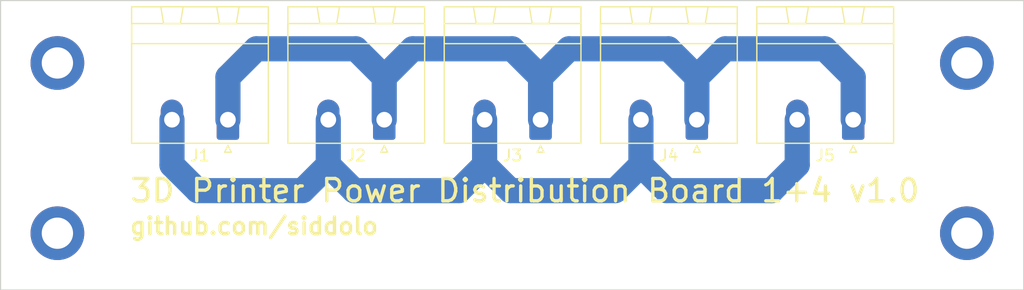
<source format=kicad_pcb>
(kicad_pcb (version 20171130) (host pcbnew 5.1.5-52549c5~84~ubuntu18.04.1)

  (general
    (thickness 1.6)
    (drawings 6)
    (tracks 38)
    (zones 0)
    (modules 5)
    (nets 3)
  )

  (page A4)
  (layers
    (0 F.Cu signal)
    (31 B.Cu signal)
    (32 B.Adhes user)
    (33 F.Adhes user)
    (34 B.Paste user)
    (35 F.Paste user)
    (36 B.SilkS user)
    (37 F.SilkS user)
    (38 B.Mask user)
    (39 F.Mask user)
    (40 Dwgs.User user)
    (41 Cmts.User user)
    (42 Eco1.User user)
    (43 Eco2.User user)
    (44 Edge.Cuts user)
    (45 Margin user)
    (46 B.CrtYd user)
    (47 F.CrtYd user)
    (48 B.Fab user)
    (49 F.Fab user)
  )

  (setup
    (last_trace_width 2.25)
    (trace_clearance 0.2)
    (zone_clearance 0.508)
    (zone_45_only no)
    (trace_min 0.2)
    (via_size 0.8)
    (via_drill 0.4)
    (via_min_size 0.4)
    (via_min_drill 0.3)
    (uvia_size 0.3)
    (uvia_drill 0.1)
    (uvias_allowed no)
    (uvia_min_size 0.2)
    (uvia_min_drill 0.1)
    (edge_width 0.05)
    (segment_width 0.2)
    (pcb_text_width 0.3)
    (pcb_text_size 1.5 1.5)
    (mod_edge_width 0.12)
    (mod_text_size 1 1)
    (mod_text_width 0.15)
    (pad_size 1.524 1.524)
    (pad_drill 0.762)
    (pad_to_mask_clearance 0.051)
    (solder_mask_min_width 0.25)
    (aux_axis_origin 0 0)
    (visible_elements FFFFFF7F)
    (pcbplotparams
      (layerselection 0x010fc_ffffffff)
      (usegerberextensions false)
      (usegerberattributes false)
      (usegerberadvancedattributes false)
      (creategerberjobfile false)
      (excludeedgelayer true)
      (linewidth 0.100000)
      (plotframeref false)
      (viasonmask false)
      (mode 1)
      (useauxorigin true)
      (hpglpennumber 1)
      (hpglpenspeed 20)
      (hpglpendiameter 15.000000)
      (psnegative false)
      (psa4output false)
      (plotreference true)
      (plotvalue true)
      (plotinvisibletext false)
      (padsonsilk false)
      (subtractmaskfromsilk false)
      (outputformat 1)
      (mirror false)
      (drillshape 0)
      (scaleselection 1)
      (outputdirectory "gerber/"))
  )

  (net 0 "")
  (net 1 "Net-(J1-Pad1)")
  (net 2 "Net-(J1-Pad2)")

  (net_class Default "This is the default net class."
    (clearance 0.2)
    (trace_width 2.25)
    (via_dia 0.8)
    (via_drill 0.4)
    (uvia_dia 0.3)
    (uvia_drill 0.1)
    (add_net "Net-(J1-Pad1)")
    (add_net "Net-(J1-Pad2)")
  )

  (module Connector_Phoenix_MSTB:PhoenixContact_MSTBA_2,5_2-G_1x02_P5.00mm_Horizontal (layer F.Cu) (tedit 5B785046) (tstamp 5E200484)
    (at 85.09 127 180)
    (descr "Generic Phoenix Contact connector footprint for: MSTBA_2,5/2-G; number of pins: 02; pin pitch: 5.00mm; Angled || order number: 1757475 12A || order number: 1923759 16A (HC)")
    (tags "phoenix_contact connector MSTBA_01x02_G_5.00mm")
    (path /5E1FB3CB)
    (fp_text reference J2 (at 2.5 -3.2) (layer F.SilkS)
      (effects (font (size 1 1) (thickness 0.15)))
    )
    (fp_text value Conn_01x02 (at 2.5 11.2) (layer F.Fab) hide
      (effects (font (size 1 1) (thickness 0.15)))
    )
    (fp_text user %R (at 2.5 -1.3) (layer F.Fab)
      (effects (font (size 1 1) (thickness 0.15)))
    )
    (fp_line (start 0 -0.5) (end -0.95 -2) (layer F.Fab) (width 0.1))
    (fp_line (start 0.95 -2) (end 0 -0.5) (layer F.Fab) (width 0.1))
    (fp_line (start -0.3 -2.91) (end 0.3 -2.91) (layer F.SilkS) (width 0.12))
    (fp_line (start 0 -2.31) (end -0.3 -2.91) (layer F.SilkS) (width 0.12))
    (fp_line (start 0.3 -2.91) (end 0 -2.31) (layer F.SilkS) (width 0.12))
    (fp_line (start 9 -2.5) (end -4 -2.5) (layer F.CrtYd) (width 0.05))
    (fp_line (start 9 10.5) (end 9 -2.5) (layer F.CrtYd) (width 0.05))
    (fp_line (start -4 10.5) (end 9 10.5) (layer F.CrtYd) (width 0.05))
    (fp_line (start -4 -2.5) (end -4 10.5) (layer F.CrtYd) (width 0.05))
    (fp_line (start 4.25 8.61) (end 4 10.11) (layer F.SilkS) (width 0.12))
    (fp_line (start 5.75 8.61) (end 4.25 8.61) (layer F.SilkS) (width 0.12))
    (fp_line (start 6 10.11) (end 5.75 8.61) (layer F.SilkS) (width 0.12))
    (fp_line (start 4 10.11) (end 6 10.11) (layer F.SilkS) (width 0.12))
    (fp_line (start -0.75 8.61) (end -1 10.11) (layer F.SilkS) (width 0.12))
    (fp_line (start 0.75 8.61) (end -0.75 8.61) (layer F.SilkS) (width 0.12))
    (fp_line (start 1 10.11) (end 0.75 8.61) (layer F.SilkS) (width 0.12))
    (fp_line (start -1 10.11) (end 1 10.11) (layer F.SilkS) (width 0.12))
    (fp_line (start 8.61 8.61) (end -3.61 8.61) (layer F.SilkS) (width 0.12))
    (fp_line (start 8.61 6.81) (end 8.61 8.61) (layer F.SilkS) (width 0.12))
    (fp_line (start -3.61 6.81) (end 8.61 6.81) (layer F.SilkS) (width 0.12))
    (fp_line (start -3.61 8.61) (end -3.61 6.81) (layer F.SilkS) (width 0.12))
    (fp_line (start 8.5 -2) (end -3.5 -2) (layer F.Fab) (width 0.1))
    (fp_line (start 8.5 10) (end 8.5 -2) (layer F.Fab) (width 0.1))
    (fp_line (start -3.5 10) (end 8.5 10) (layer F.Fab) (width 0.1))
    (fp_line (start -3.5 -2) (end -3.5 10) (layer F.Fab) (width 0.1))
    (fp_line (start 8.61 -2.11) (end -3.61 -2.11) (layer F.SilkS) (width 0.12))
    (fp_line (start 8.61 10.11) (end 8.61 -2.11) (layer F.SilkS) (width 0.12))
    (fp_line (start -3.61 10.11) (end 8.61 10.11) (layer F.SilkS) (width 0.12))
    (fp_line (start -3.61 -2.11) (end -3.61 10.11) (layer F.SilkS) (width 0.12))
    (pad 2 thru_hole oval (at 5 0 180) (size 2 3.6) (drill 1.4) (layers *.Cu *.Mask)
      (net 2 "Net-(J1-Pad2)"))
    (pad 1 thru_hole roundrect (at 0 0 180) (size 2 3.6) (drill 1.4) (layers *.Cu *.Mask) (roundrect_rratio 0.125)
      (net 1 "Net-(J1-Pad1)"))
    (model ${KISYS3DMOD}/Connector_Phoenix_MSTB.3dshapes/PhoenixContact_MSTBA_2,5_2-G_1x02_P5.00mm_Horizontal.wrl
      (at (xyz 0 0 0))
      (scale (xyz 1 1 1))
      (rotate (xyz 0 0 0))
    )
  )

  (module Connector_Phoenix_MSTB:PhoenixContact_MSTBA_2,5_2-G_1x02_P5.00mm_Horizontal (layer F.Cu) (tedit 5B785046) (tstamp 5E200460)
    (at 71.12 127 180)
    (descr "Generic Phoenix Contact connector footprint for: MSTBA_2,5/2-G; number of pins: 02; pin pitch: 5.00mm; Angled || order number: 1757475 12A || order number: 1923759 16A (HC)")
    (tags "phoenix_contact connector MSTBA_01x02_G_5.00mm")
    (path /5E1FACB1)
    (fp_text reference J1 (at 2.5 -3.2) (layer F.SilkS)
      (effects (font (size 1 1) (thickness 0.15)))
    )
    (fp_text value Conn_01x02 (at 2.5 11.2) (layer F.Fab) hide
      (effects (font (size 1 1) (thickness 0.15)))
    )
    (fp_text user %R (at 2.5 -1.3) (layer F.Fab)
      (effects (font (size 1 1) (thickness 0.15)))
    )
    (fp_line (start 0 -0.5) (end -0.95 -2) (layer F.Fab) (width 0.1))
    (fp_line (start 0.95 -2) (end 0 -0.5) (layer F.Fab) (width 0.1))
    (fp_line (start -0.3 -2.91) (end 0.3 -2.91) (layer F.SilkS) (width 0.12))
    (fp_line (start 0 -2.31) (end -0.3 -2.91) (layer F.SilkS) (width 0.12))
    (fp_line (start 0.3 -2.91) (end 0 -2.31) (layer F.SilkS) (width 0.12))
    (fp_line (start 9 -2.5) (end -4 -2.5) (layer F.CrtYd) (width 0.05))
    (fp_line (start 9 10.5) (end 9 -2.5) (layer F.CrtYd) (width 0.05))
    (fp_line (start -4 10.5) (end 9 10.5) (layer F.CrtYd) (width 0.05))
    (fp_line (start -4 -2.5) (end -4 10.5) (layer F.CrtYd) (width 0.05))
    (fp_line (start 4.25 8.61) (end 4 10.11) (layer F.SilkS) (width 0.12))
    (fp_line (start 5.75 8.61) (end 4.25 8.61) (layer F.SilkS) (width 0.12))
    (fp_line (start 6 10.11) (end 5.75 8.61) (layer F.SilkS) (width 0.12))
    (fp_line (start 4 10.11) (end 6 10.11) (layer F.SilkS) (width 0.12))
    (fp_line (start -0.75 8.61) (end -1 10.11) (layer F.SilkS) (width 0.12))
    (fp_line (start 0.75 8.61) (end -0.75 8.61) (layer F.SilkS) (width 0.12))
    (fp_line (start 1 10.11) (end 0.75 8.61) (layer F.SilkS) (width 0.12))
    (fp_line (start -1 10.11) (end 1 10.11) (layer F.SilkS) (width 0.12))
    (fp_line (start 8.61 8.61) (end -3.61 8.61) (layer F.SilkS) (width 0.12))
    (fp_line (start 8.61 6.81) (end 8.61 8.61) (layer F.SilkS) (width 0.12))
    (fp_line (start -3.61 6.81) (end 8.61 6.81) (layer F.SilkS) (width 0.12))
    (fp_line (start -3.61 8.61) (end -3.61 6.81) (layer F.SilkS) (width 0.12))
    (fp_line (start 8.5 -2) (end -3.5 -2) (layer F.Fab) (width 0.1))
    (fp_line (start 8.5 10) (end 8.5 -2) (layer F.Fab) (width 0.1))
    (fp_line (start -3.5 10) (end 8.5 10) (layer F.Fab) (width 0.1))
    (fp_line (start -3.5 -2) (end -3.5 10) (layer F.Fab) (width 0.1))
    (fp_line (start 8.61 -2.11) (end -3.61 -2.11) (layer F.SilkS) (width 0.12))
    (fp_line (start 8.61 10.11) (end 8.61 -2.11) (layer F.SilkS) (width 0.12))
    (fp_line (start -3.61 10.11) (end 8.61 10.11) (layer F.SilkS) (width 0.12))
    (fp_line (start -3.61 -2.11) (end -3.61 10.11) (layer F.SilkS) (width 0.12))
    (pad 2 thru_hole oval (at 5 0 180) (size 2 3.6) (drill 1.4) (layers *.Cu *.Mask)
      (net 2 "Net-(J1-Pad2)"))
    (pad 1 thru_hole roundrect (at 0 0 180) (size 2 3.6) (drill 1.4) (layers *.Cu *.Mask) (roundrect_rratio 0.125)
      (net 1 "Net-(J1-Pad1)"))
    (model ${KISYS3DMOD}/Connector_Phoenix_MSTB.3dshapes/PhoenixContact_MSTBA_2,5_2-G_1x02_P5.00mm_Horizontal.wrl
      (at (xyz 0 0 0))
      (scale (xyz 1 1 1))
      (rotate (xyz 0 0 0))
    )
  )

  (module Connector_Phoenix_MSTB:PhoenixContact_MSTBA_2,5_2-G_1x02_P5.00mm_Horizontal (layer F.Cu) (tedit 5B785046) (tstamp 5E2004A8)
    (at 99.06 127 180)
    (descr "Generic Phoenix Contact connector footprint for: MSTBA_2,5/2-G; number of pins: 02; pin pitch: 5.00mm; Angled || order number: 1757475 12A || order number: 1923759 16A (HC)")
    (tags "phoenix_contact connector MSTBA_01x02_G_5.00mm")
    (path /5E1FC4F4)
    (fp_text reference J3 (at 2.5 -3.2) (layer F.SilkS)
      (effects (font (size 1 1) (thickness 0.15)))
    )
    (fp_text value Conn_01x02 (at 2.5 11.2) (layer F.Fab) hide
      (effects (font (size 1 1) (thickness 0.15)))
    )
    (fp_line (start -3.61 -2.11) (end -3.61 10.11) (layer F.SilkS) (width 0.12))
    (fp_line (start -3.61 10.11) (end 8.61 10.11) (layer F.SilkS) (width 0.12))
    (fp_line (start 8.61 10.11) (end 8.61 -2.11) (layer F.SilkS) (width 0.12))
    (fp_line (start 8.61 -2.11) (end -3.61 -2.11) (layer F.SilkS) (width 0.12))
    (fp_line (start -3.5 -2) (end -3.5 10) (layer F.Fab) (width 0.1))
    (fp_line (start -3.5 10) (end 8.5 10) (layer F.Fab) (width 0.1))
    (fp_line (start 8.5 10) (end 8.5 -2) (layer F.Fab) (width 0.1))
    (fp_line (start 8.5 -2) (end -3.5 -2) (layer F.Fab) (width 0.1))
    (fp_line (start -3.61 8.61) (end -3.61 6.81) (layer F.SilkS) (width 0.12))
    (fp_line (start -3.61 6.81) (end 8.61 6.81) (layer F.SilkS) (width 0.12))
    (fp_line (start 8.61 6.81) (end 8.61 8.61) (layer F.SilkS) (width 0.12))
    (fp_line (start 8.61 8.61) (end -3.61 8.61) (layer F.SilkS) (width 0.12))
    (fp_line (start -1 10.11) (end 1 10.11) (layer F.SilkS) (width 0.12))
    (fp_line (start 1 10.11) (end 0.75 8.61) (layer F.SilkS) (width 0.12))
    (fp_line (start 0.75 8.61) (end -0.75 8.61) (layer F.SilkS) (width 0.12))
    (fp_line (start -0.75 8.61) (end -1 10.11) (layer F.SilkS) (width 0.12))
    (fp_line (start 4 10.11) (end 6 10.11) (layer F.SilkS) (width 0.12))
    (fp_line (start 6 10.11) (end 5.75 8.61) (layer F.SilkS) (width 0.12))
    (fp_line (start 5.75 8.61) (end 4.25 8.61) (layer F.SilkS) (width 0.12))
    (fp_line (start 4.25 8.61) (end 4 10.11) (layer F.SilkS) (width 0.12))
    (fp_line (start -4 -2.5) (end -4 10.5) (layer F.CrtYd) (width 0.05))
    (fp_line (start -4 10.5) (end 9 10.5) (layer F.CrtYd) (width 0.05))
    (fp_line (start 9 10.5) (end 9 -2.5) (layer F.CrtYd) (width 0.05))
    (fp_line (start 9 -2.5) (end -4 -2.5) (layer F.CrtYd) (width 0.05))
    (fp_line (start 0.3 -2.91) (end 0 -2.31) (layer F.SilkS) (width 0.12))
    (fp_line (start 0 -2.31) (end -0.3 -2.91) (layer F.SilkS) (width 0.12))
    (fp_line (start -0.3 -2.91) (end 0.3 -2.91) (layer F.SilkS) (width 0.12))
    (fp_line (start 0.95 -2) (end 0 -0.5) (layer F.Fab) (width 0.1))
    (fp_line (start 0 -0.5) (end -0.95 -2) (layer F.Fab) (width 0.1))
    (fp_text user %R (at 2.5 -1.3) (layer F.Fab)
      (effects (font (size 1 1) (thickness 0.15)))
    )
    (pad 1 thru_hole roundrect (at 0 0 180) (size 2 3.6) (drill 1.4) (layers *.Cu *.Mask) (roundrect_rratio 0.125)
      (net 1 "Net-(J1-Pad1)"))
    (pad 2 thru_hole oval (at 5 0 180) (size 2 3.6) (drill 1.4) (layers *.Cu *.Mask)
      (net 2 "Net-(J1-Pad2)"))
    (model ${KISYS3DMOD}/Connector_Phoenix_MSTB.3dshapes/PhoenixContact_MSTBA_2,5_2-G_1x02_P5.00mm_Horizontal.wrl
      (at (xyz 0 0 0))
      (scale (xyz 1 1 1))
      (rotate (xyz 0 0 0))
    )
  )

  (module Connector_Phoenix_MSTB:PhoenixContact_MSTBA_2,5_2-G_1x02_P5.00mm_Horizontal (layer F.Cu) (tedit 5B785046) (tstamp 5E2004CC)
    (at 113.03 127 180)
    (descr "Generic Phoenix Contact connector footprint for: MSTBA_2,5/2-G; number of pins: 02; pin pitch: 5.00mm; Angled || order number: 1757475 12A || order number: 1923759 16A (HC)")
    (tags "phoenix_contact connector MSTBA_01x02_G_5.00mm")
    (path /5E1FC926)
    (fp_text reference J4 (at 2.5 -3.2) (layer F.SilkS)
      (effects (font (size 1 1) (thickness 0.15)))
    )
    (fp_text value Conn_01x02 (at 2.5 11.2) (layer F.Fab) hide
      (effects (font (size 1 1) (thickness 0.15)))
    )
    (fp_text user %R (at 2.5 -1.3) (layer F.Fab)
      (effects (font (size 1 1) (thickness 0.15)))
    )
    (fp_line (start 0 -0.5) (end -0.95 -2) (layer F.Fab) (width 0.1))
    (fp_line (start 0.95 -2) (end 0 -0.5) (layer F.Fab) (width 0.1))
    (fp_line (start -0.3 -2.91) (end 0.3 -2.91) (layer F.SilkS) (width 0.12))
    (fp_line (start 0 -2.31) (end -0.3 -2.91) (layer F.SilkS) (width 0.12))
    (fp_line (start 0.3 -2.91) (end 0 -2.31) (layer F.SilkS) (width 0.12))
    (fp_line (start 9 -2.5) (end -4 -2.5) (layer F.CrtYd) (width 0.05))
    (fp_line (start 9 10.5) (end 9 -2.5) (layer F.CrtYd) (width 0.05))
    (fp_line (start -4 10.5) (end 9 10.5) (layer F.CrtYd) (width 0.05))
    (fp_line (start -4 -2.5) (end -4 10.5) (layer F.CrtYd) (width 0.05))
    (fp_line (start 4.25 8.61) (end 4 10.11) (layer F.SilkS) (width 0.12))
    (fp_line (start 5.75 8.61) (end 4.25 8.61) (layer F.SilkS) (width 0.12))
    (fp_line (start 6 10.11) (end 5.75 8.61) (layer F.SilkS) (width 0.12))
    (fp_line (start 4 10.11) (end 6 10.11) (layer F.SilkS) (width 0.12))
    (fp_line (start -0.75 8.61) (end -1 10.11) (layer F.SilkS) (width 0.12))
    (fp_line (start 0.75 8.61) (end -0.75 8.61) (layer F.SilkS) (width 0.12))
    (fp_line (start 1 10.11) (end 0.75 8.61) (layer F.SilkS) (width 0.12))
    (fp_line (start -1 10.11) (end 1 10.11) (layer F.SilkS) (width 0.12))
    (fp_line (start 8.61 8.61) (end -3.61 8.61) (layer F.SilkS) (width 0.12))
    (fp_line (start 8.61 6.81) (end 8.61 8.61) (layer F.SilkS) (width 0.12))
    (fp_line (start -3.61 6.81) (end 8.61 6.81) (layer F.SilkS) (width 0.12))
    (fp_line (start -3.61 8.61) (end -3.61 6.81) (layer F.SilkS) (width 0.12))
    (fp_line (start 8.5 -2) (end -3.5 -2) (layer F.Fab) (width 0.1))
    (fp_line (start 8.5 10) (end 8.5 -2) (layer F.Fab) (width 0.1))
    (fp_line (start -3.5 10) (end 8.5 10) (layer F.Fab) (width 0.1))
    (fp_line (start -3.5 -2) (end -3.5 10) (layer F.Fab) (width 0.1))
    (fp_line (start 8.61 -2.11) (end -3.61 -2.11) (layer F.SilkS) (width 0.12))
    (fp_line (start 8.61 10.11) (end 8.61 -2.11) (layer F.SilkS) (width 0.12))
    (fp_line (start -3.61 10.11) (end 8.61 10.11) (layer F.SilkS) (width 0.12))
    (fp_line (start -3.61 -2.11) (end -3.61 10.11) (layer F.SilkS) (width 0.12))
    (pad 2 thru_hole oval (at 5 0 180) (size 2 3.6) (drill 1.4) (layers *.Cu *.Mask)
      (net 2 "Net-(J1-Pad2)"))
    (pad 1 thru_hole roundrect (at 0 0 180) (size 2 3.6) (drill 1.4) (layers *.Cu *.Mask) (roundrect_rratio 0.125)
      (net 1 "Net-(J1-Pad1)"))
    (model ${KISYS3DMOD}/Connector_Phoenix_MSTB.3dshapes/PhoenixContact_MSTBA_2,5_2-G_1x02_P5.00mm_Horizontal.wrl
      (at (xyz 0 0 0))
      (scale (xyz 1 1 1))
      (rotate (xyz 0 0 0))
    )
  )

  (module Connector_Phoenix_MSTB:PhoenixContact_MSTBA_2,5_2-G_1x02_P5.00mm_Horizontal (layer F.Cu) (tedit 5B785046) (tstamp 5E2004F0)
    (at 127 127 180)
    (descr "Generic Phoenix Contact connector footprint for: MSTBA_2,5/2-G; number of pins: 02; pin pitch: 5.00mm; Angled || order number: 1757475 12A || order number: 1923759 16A (HC)")
    (tags "phoenix_contact connector MSTBA_01x02_G_5.00mm")
    (path /5E1FCEDF)
    (fp_text reference J5 (at 2.5 -3.2) (layer F.SilkS)
      (effects (font (size 1 1) (thickness 0.15)))
    )
    (fp_text value Conn_01x02 (at 2.5 11.2) (layer F.Fab) hide
      (effects (font (size 1 1) (thickness 0.15)))
    )
    (fp_line (start -3.61 -2.11) (end -3.61 10.11) (layer F.SilkS) (width 0.12))
    (fp_line (start -3.61 10.11) (end 8.61 10.11) (layer F.SilkS) (width 0.12))
    (fp_line (start 8.61 10.11) (end 8.61 -2.11) (layer F.SilkS) (width 0.12))
    (fp_line (start 8.61 -2.11) (end -3.61 -2.11) (layer F.SilkS) (width 0.12))
    (fp_line (start -3.5 -2) (end -3.5 10) (layer F.Fab) (width 0.1))
    (fp_line (start -3.5 10) (end 8.5 10) (layer F.Fab) (width 0.1))
    (fp_line (start 8.5 10) (end 8.5 -2) (layer F.Fab) (width 0.1))
    (fp_line (start 8.5 -2) (end -3.5 -2) (layer F.Fab) (width 0.1))
    (fp_line (start -3.61 8.61) (end -3.61 6.81) (layer F.SilkS) (width 0.12))
    (fp_line (start -3.61 6.81) (end 8.61 6.81) (layer F.SilkS) (width 0.12))
    (fp_line (start 8.61 6.81) (end 8.61 8.61) (layer F.SilkS) (width 0.12))
    (fp_line (start 8.61 8.61) (end -3.61 8.61) (layer F.SilkS) (width 0.12))
    (fp_line (start -1 10.11) (end 1 10.11) (layer F.SilkS) (width 0.12))
    (fp_line (start 1 10.11) (end 0.75 8.61) (layer F.SilkS) (width 0.12))
    (fp_line (start 0.75 8.61) (end -0.75 8.61) (layer F.SilkS) (width 0.12))
    (fp_line (start -0.75 8.61) (end -1 10.11) (layer F.SilkS) (width 0.12))
    (fp_line (start 4 10.11) (end 6 10.11) (layer F.SilkS) (width 0.12))
    (fp_line (start 6 10.11) (end 5.75 8.61) (layer F.SilkS) (width 0.12))
    (fp_line (start 5.75 8.61) (end 4.25 8.61) (layer F.SilkS) (width 0.12))
    (fp_line (start 4.25 8.61) (end 4 10.11) (layer F.SilkS) (width 0.12))
    (fp_line (start -4 -2.5) (end -4 10.5) (layer F.CrtYd) (width 0.05))
    (fp_line (start -4 10.5) (end 9 10.5) (layer F.CrtYd) (width 0.05))
    (fp_line (start 9 10.5) (end 9 -2.5) (layer F.CrtYd) (width 0.05))
    (fp_line (start 9 -2.5) (end -4 -2.5) (layer F.CrtYd) (width 0.05))
    (fp_line (start 0.3 -2.91) (end 0 -2.31) (layer F.SilkS) (width 0.12))
    (fp_line (start 0 -2.31) (end -0.3 -2.91) (layer F.SilkS) (width 0.12))
    (fp_line (start -0.3 -2.91) (end 0.3 -2.91) (layer F.SilkS) (width 0.12))
    (fp_line (start 0.95 -2) (end 0 -0.5) (layer F.Fab) (width 0.1))
    (fp_line (start 0 -0.5) (end -0.95 -2) (layer F.Fab) (width 0.1))
    (fp_text user %R (at 2.5 -1.3) (layer F.Fab)
      (effects (font (size 1 1) (thickness 0.15)))
    )
    (pad 1 thru_hole roundrect (at 0 0 180) (size 2 3.6) (drill 1.4) (layers *.Cu *.Mask) (roundrect_rratio 0.125)
      (net 1 "Net-(J1-Pad1)"))
    (pad 2 thru_hole oval (at 5 0 180) (size 2 3.6) (drill 1.4) (layers *.Cu *.Mask)
      (net 2 "Net-(J1-Pad2)"))
    (model ${KISYS3DMOD}/Connector_Phoenix_MSTB.3dshapes/PhoenixContact_MSTBA_2,5_2-G_1x02_P5.00mm_Horizontal.wrl
      (at (xyz 0 0 0))
      (scale (xyz 1 1 1))
      (rotate (xyz 0 0 0))
    )
  )

  (gr_line (start 142.24 142.24) (end 142.24 116.332) (layer Edge.Cuts) (width 0.1) (tstamp 5E2013B5))
  (gr_line (start 50.8 116.332) (end 142.24 116.332) (layer Edge.Cuts) (width 0.1))
  (gr_line (start 50.8 142.24) (end 50.8 116.332) (layer Edge.Cuts) (width 0.1))
  (gr_line (start 142.24 142.24) (end 50.8 142.24) (layer Edge.Cuts) (width 0.1))
  (gr_text github.com/siddolo (at 62.23 136.525) (layer F.SilkS)
    (effects (font (size 1.5 1.5) (thickness 0.3)) (justify left))
  )
  (gr_text "3D Printer Power Distribution Board 1+4 v1.0" (at 62.23 133.35) (layer F.SilkS)
    (effects (font (size 2 2) (thickness 0.3)) (justify left))
  )

  (via (at 137.16 121.92) (size 4.8) (drill 2.8) (layers F.Cu B.Cu) (net 0))
  (via (at 137.16 137.16) (size 4.8) (drill 2.8) (layers F.Cu B.Cu) (net 0) (tstamp 5E20129E))
  (via (at 55.88 137.16) (size 4.8) (drill 2.8) (layers F.Cu B.Cu) (net 0) (tstamp 5E2012A4))
  (via (at 55.88 121.92) (size 4.8) (drill 2.8) (layers F.Cu B.Cu) (net 0) (tstamp 5E2012A6))
  (segment (start 85.09 123.19) (end 85.09 127) (width 2.25) (layer B.Cu) (net 1))
  (segment (start 82.55 120.65) (end 85.09 123.19) (width 2.25) (layer B.Cu) (net 1))
  (segment (start 73.66 120.65) (end 82.55 120.65) (width 2.25) (layer B.Cu) (net 1))
  (segment (start 71.12 127) (end 71.12 123.19) (width 2.25) (layer B.Cu) (net 1))
  (segment (start 71.12 123.19) (end 73.66 120.65) (width 2.25) (layer B.Cu) (net 1))
  (segment (start 85.09 123.19) (end 87.63 120.65) (width 2.25) (layer B.Cu) (net 1))
  (segment (start 87.63 120.65) (end 96.52 120.65) (width 2.25) (layer B.Cu) (net 1))
  (segment (start 99.06 123.19) (end 99.06 127) (width 2.25) (layer B.Cu) (net 1))
  (segment (start 96.52 120.65) (end 99.06 123.19) (width 2.25) (layer B.Cu) (net 1))
  (segment (start 99.06 123.19) (end 101.6 120.65) (width 2.25) (layer B.Cu) (net 1))
  (segment (start 101.6 120.65) (end 110.49 120.65) (width 2.25) (layer B.Cu) (net 1))
  (segment (start 113.03 123.19) (end 113.03 127) (width 2.25) (layer B.Cu) (net 1))
  (segment (start 110.49 120.65) (end 113.03 123.19) (width 2.25) (layer B.Cu) (net 1))
  (segment (start 113.03 123.19) (end 115.57 120.65) (width 2.25) (layer B.Cu) (net 1))
  (segment (start 115.57 120.65) (end 124.46 120.65) (width 2.25) (layer B.Cu) (net 1))
  (segment (start 127 123.19) (end 127 127) (width 2.25) (layer B.Cu) (net 1))
  (segment (start 124.46 120.65) (end 127 123.19) (width 2.25) (layer B.Cu) (net 1))
  (segment (start 66.12 131.05) (end 68.42 133.35) (width 2.25) (layer B.Cu) (net 2))
  (segment (start 66.12 127) (end 66.12 131.05) (width 2.25) (layer B.Cu) (net 2))
  (segment (start 80.09 131.05) (end 80.09 127) (width 2.25) (layer B.Cu) (net 2))
  (segment (start 77.79 133.35) (end 80.09 131.05) (width 2.25) (layer B.Cu) (net 2))
  (segment (start 68.42 133.35) (end 77.79 133.35) (width 2.25) (layer B.Cu) (net 2))
  (segment (start 80.09 131.05) (end 82.39 133.35) (width 2.25) (layer B.Cu) (net 2))
  (segment (start 94.06 131.05) (end 94.06 127) (width 2.25) (layer B.Cu) (net 2))
  (segment (start 91.76 133.35) (end 94.06 131.05) (width 2.25) (layer B.Cu) (net 2))
  (segment (start 82.39 133.35) (end 91.76 133.35) (width 2.25) (layer B.Cu) (net 2))
  (segment (start 94.06 131.05) (end 96.36 133.35) (width 2.25) (layer B.Cu) (net 2))
  (segment (start 108.03 131.05) (end 108.03 127) (width 2.25) (layer B.Cu) (net 2))
  (segment (start 105.73 133.35) (end 108.03 131.05) (width 2.25) (layer B.Cu) (net 2))
  (segment (start 96.36 133.35) (end 105.73 133.35) (width 2.25) (layer B.Cu) (net 2))
  (segment (start 108.03 131.05) (end 110.33 133.35) (width 2.25) (layer B.Cu) (net 2))
  (segment (start 122 131.05) (end 122 127) (width 2.25) (layer B.Cu) (net 2))
  (segment (start 119.7 133.35) (end 122 131.05) (width 2.25) (layer B.Cu) (net 2))
  (segment (start 110.33 133.35) (end 119.7 133.35) (width 2.25) (layer B.Cu) (net 2))

)

</source>
